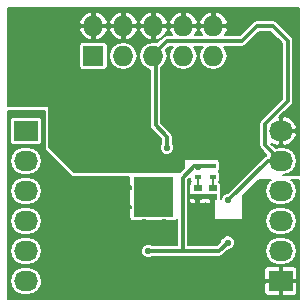
<source format=gbr>
G04 #@! TF.FileFunction,Copper,L2,Bot,Signal*
%FSLAX46Y46*%
G04 Gerber Fmt 4.6, Leading zero omitted, Abs format (unit mm)*
G04 Created by KiCad (PCBNEW (2015-08-16 BZR 6097, Git b384c94)-product) date 08/12/2015 20:08:44*
%MOMM*%
G01*
G04 APERTURE LIST*
%ADD10C,0.100000*%
%ADD11R,0.762000X0.508000*%
%ADD12R,2.032000X1.727200*%
%ADD13O,2.032000X1.727200*%
%ADD14R,0.600000X0.400000*%
%ADD15R,1.675000X1.675000*%
%ADD16R,1.727200X1.727200*%
%ADD17O,1.727200X1.727200*%
%ADD18C,0.584200*%
%ADD19C,0.508000*%
%ADD20C,0.304800*%
%ADD21C,0.152400*%
G04 APERTURE END LIST*
D10*
D11*
X96456500Y-79146400D03*
X96456500Y-79857600D03*
X95186500Y-79146400D03*
X95186500Y-79857600D03*
D12*
X80645000Y-74295000D03*
D13*
X80645000Y-76835000D03*
X80645000Y-79375000D03*
X80645000Y-81915000D03*
X80645000Y-84455000D03*
X80645000Y-86995000D03*
D12*
X102235000Y-86995000D03*
D13*
X102235000Y-84455000D03*
X102235000Y-81915000D03*
X102235000Y-79375000D03*
X102235000Y-76835000D03*
X102235000Y-74295000D03*
D14*
X95186500Y-77274000D03*
X95186500Y-78174000D03*
X96456500Y-77274000D03*
X96456500Y-78174000D03*
D15*
X92277500Y-80720500D03*
X92277500Y-79045500D03*
X90602500Y-80720500D03*
X90602500Y-79045500D03*
D16*
X86360000Y-67945000D03*
D17*
X86360000Y-65405000D03*
X88900000Y-67945000D03*
X88900000Y-65405000D03*
X91440000Y-67945000D03*
X91440000Y-65405000D03*
X93980000Y-67945000D03*
X93980000Y-65405000D03*
X96520000Y-67945000D03*
X96520000Y-65405000D03*
D18*
X91017000Y-84455000D03*
X97726500Y-83756500D03*
X95186500Y-77343000D03*
X92277500Y-79045500D03*
X92277500Y-80720500D03*
X90602500Y-80720500D03*
X90602500Y-79045500D03*
X97790000Y-80159860D03*
X92583000Y-75692000D03*
X83947000Y-64447000D03*
X84391500Y-70421500D03*
X90974000Y-74422000D03*
X97790000Y-76558140D03*
D19*
X96456500Y-79121000D03*
X95186500Y-79121000D03*
D20*
X93916500Y-78232000D02*
X93916500Y-84455000D01*
X94869000Y-77279500D02*
X93916500Y-78232000D01*
X95181000Y-77279500D02*
X94869000Y-77279500D01*
X93853000Y-84391500D02*
X93789500Y-84455000D01*
X93853000Y-84455000D02*
X93853000Y-84391500D01*
X93916500Y-84455000D02*
X93853000Y-84455000D01*
X95186500Y-77274000D02*
X95181000Y-77279500D01*
X93091000Y-84455000D02*
X91017000Y-84455000D01*
X93091000Y-84455000D02*
X93789500Y-84455000D01*
X93789500Y-84455000D02*
X97028000Y-84455000D01*
X97028000Y-84455000D02*
X97726500Y-83756500D01*
X95186500Y-77343000D02*
X95186500Y-77274000D01*
X95186500Y-77274000D02*
X96456500Y-77274000D01*
X92277500Y-79045500D02*
X92278200Y-79044800D01*
X92277500Y-80720500D02*
X92278200Y-80721200D01*
X90602500Y-80720500D02*
X90601800Y-80721200D01*
X90602500Y-79045500D02*
X90601800Y-79044800D01*
X95186500Y-79857600D02*
X96456500Y-79857600D01*
X101114860Y-76835000D02*
X102235000Y-76835000D01*
X97790000Y-80159860D02*
X101114860Y-76835000D01*
X91440000Y-67945000D02*
X91440000Y-67818000D01*
X91440000Y-67818000D02*
X92583000Y-66675000D01*
X100901500Y-75501500D02*
X102235000Y-76835000D01*
X100901500Y-73660000D02*
X100901500Y-75501500D01*
X102806500Y-71755000D02*
X100901500Y-73660000D01*
X102806500Y-66675000D02*
X102806500Y-71755000D01*
X101536500Y-65405000D02*
X102806500Y-66675000D01*
X100203000Y-65405000D02*
X101536500Y-65405000D01*
X98933000Y-66675000D02*
X100203000Y-65405000D01*
X92583000Y-66675000D02*
X98933000Y-66675000D01*
X92583000Y-75692000D02*
X92583000Y-74777600D01*
X91617800Y-73812400D02*
X91617800Y-68122800D01*
X92583000Y-74777600D02*
X91617800Y-73812400D01*
X91617800Y-68122800D02*
X91440000Y-67945000D01*
X83947000Y-64447000D02*
X83947000Y-64452500D01*
X90974000Y-74422000D02*
X90995500Y-74422000D01*
X97790000Y-76558140D02*
X97790000Y-76581000D01*
D21*
X96456500Y-79146400D02*
X96456500Y-78174000D01*
X96456500Y-79121000D02*
X96456500Y-79146400D01*
X95186500Y-79146400D02*
X95186500Y-78174000D01*
X95186500Y-79121000D02*
X95186500Y-79146400D01*
G36*
X103734800Y-78028800D02*
X102413774Y-78028800D01*
X102870621Y-77937927D01*
X103257918Y-77679144D01*
X103516701Y-77291847D01*
X103607574Y-76835000D01*
X103516701Y-76378153D01*
X103257918Y-75990856D01*
X102870621Y-75732073D01*
X102413774Y-75641200D01*
X102056226Y-75641200D01*
X101778870Y-75696370D01*
X101434960Y-75352460D01*
X101463872Y-75377592D01*
X101925260Y-75531961D01*
X102120700Y-75446095D01*
X102120700Y-74409300D01*
X102349300Y-74409300D01*
X102349300Y-75446095D01*
X102544740Y-75531961D01*
X103006128Y-75377592D01*
X103373320Y-75058408D01*
X103590415Y-74623002D01*
X103593601Y-74601768D01*
X103531052Y-74409300D01*
X102349300Y-74409300D01*
X102120700Y-74409300D01*
X102100700Y-74409300D01*
X102100700Y-74180700D01*
X102120700Y-74180700D01*
X102120700Y-73143905D01*
X102349300Y-73143905D01*
X102349300Y-74180700D01*
X103531052Y-74180700D01*
X103593601Y-73988232D01*
X103590415Y-73966998D01*
X103373320Y-73531592D01*
X103006128Y-73212408D01*
X102544740Y-73058039D01*
X102349300Y-73143905D01*
X102120700Y-73143905D01*
X102106384Y-73137616D01*
X103147750Y-72096250D01*
X103252364Y-71939683D01*
X103289100Y-71755000D01*
X103289100Y-66675000D01*
X103252364Y-66490317D01*
X103147750Y-66333750D01*
X101877750Y-65063750D01*
X101721183Y-64959136D01*
X101536500Y-64922400D01*
X100203000Y-64922400D01*
X100018317Y-64959136D01*
X99861750Y-65063750D01*
X98733100Y-66192400D01*
X97469895Y-66192400D01*
X97516999Y-66150016D01*
X97726212Y-65711770D01*
X97664101Y-65519300D01*
X96634300Y-65519300D01*
X96634300Y-65539300D01*
X96405700Y-65539300D01*
X96405700Y-65519300D01*
X95375899Y-65519300D01*
X95313788Y-65711770D01*
X95523001Y-66150016D01*
X95570105Y-66192400D01*
X94929895Y-66192400D01*
X94976999Y-66150016D01*
X95186212Y-65711770D01*
X95124101Y-65519300D01*
X94094300Y-65519300D01*
X94094300Y-65539300D01*
X93865700Y-65539300D01*
X93865700Y-65519300D01*
X92835899Y-65519300D01*
X92773788Y-65711770D01*
X92983001Y-66150016D01*
X93030105Y-66192400D01*
X92583000Y-66192400D01*
X92398317Y-66229136D01*
X92241750Y-66333750D01*
X91780048Y-66795452D01*
X91440000Y-66727812D01*
X90983153Y-66818685D01*
X90595856Y-67077468D01*
X90337073Y-67464765D01*
X90246200Y-67921612D01*
X90246200Y-67968388D01*
X90337073Y-68425235D01*
X90595856Y-68812532D01*
X90983153Y-69071315D01*
X91135200Y-69101559D01*
X91135200Y-73812400D01*
X91171936Y-73997083D01*
X91276550Y-74153650D01*
X92100400Y-74977500D01*
X92100400Y-75294460D01*
X92055747Y-75339035D01*
X91960808Y-75567674D01*
X91960592Y-75815240D01*
X92055132Y-76044044D01*
X92230035Y-76219253D01*
X92458674Y-76314192D01*
X92706240Y-76314408D01*
X92935044Y-76219868D01*
X93110253Y-76044965D01*
X93205192Y-75816326D01*
X93205408Y-75568760D01*
X93110868Y-75339956D01*
X93065600Y-75294609D01*
X93065600Y-74777600D01*
X93028864Y-74592917D01*
X92924250Y-74436350D01*
X92100400Y-73612500D01*
X92100400Y-68935306D01*
X92284144Y-68812532D01*
X92542927Y-68425235D01*
X92633800Y-67968388D01*
X92633800Y-67921612D01*
X92542927Y-67464765D01*
X92516014Y-67424486D01*
X92782900Y-67157600D01*
X93082314Y-67157600D01*
X92877073Y-67464765D01*
X92786200Y-67921612D01*
X92786200Y-67968388D01*
X92877073Y-68425235D01*
X93135856Y-68812532D01*
X93523153Y-69071315D01*
X93980000Y-69162188D01*
X94436847Y-69071315D01*
X94824144Y-68812532D01*
X95082927Y-68425235D01*
X95173800Y-67968388D01*
X95173800Y-67921612D01*
X95082927Y-67464765D01*
X94877686Y-67157600D01*
X95622314Y-67157600D01*
X95417073Y-67464765D01*
X95326200Y-67921612D01*
X95326200Y-67968388D01*
X95417073Y-68425235D01*
X95675856Y-68812532D01*
X96063153Y-69071315D01*
X96520000Y-69162188D01*
X96976847Y-69071315D01*
X97364144Y-68812532D01*
X97622927Y-68425235D01*
X97713800Y-67968388D01*
X97713800Y-67921612D01*
X97622927Y-67464765D01*
X97417686Y-67157600D01*
X98933000Y-67157600D01*
X99117683Y-67120864D01*
X99274250Y-67016250D01*
X100402900Y-65887600D01*
X101336600Y-65887600D01*
X102323900Y-66874900D01*
X102323900Y-71555100D01*
X100560250Y-73318750D01*
X100455636Y-73475317D01*
X100418900Y-73660000D01*
X100418900Y-75501500D01*
X100455636Y-75686183D01*
X100560250Y-75842750D01*
X101010318Y-76292818D01*
X100953299Y-76378153D01*
X100951977Y-76384800D01*
X100930177Y-76389136D01*
X100773610Y-76493750D01*
X97729853Y-79537507D01*
X97666760Y-79537452D01*
X97437956Y-79631992D01*
X97262747Y-79806895D01*
X97174169Y-80020215D01*
X97174169Y-79603600D01*
X97154350Y-79498271D01*
X97174169Y-79400400D01*
X97174169Y-78892400D01*
X97151144Y-78770035D01*
X97078827Y-78657651D01*
X96999408Y-78603386D01*
X97066644Y-78504983D01*
X97093169Y-78374000D01*
X97093169Y-77974000D01*
X97070144Y-77851635D01*
X96997827Y-77739251D01*
X96977200Y-77725157D01*
X96977200Y-77724367D01*
X96991249Y-77715327D01*
X97066644Y-77604983D01*
X97093169Y-77474000D01*
X97093169Y-77074000D01*
X97070144Y-76951635D01*
X96997827Y-76839251D01*
X96977200Y-76825157D01*
X96977200Y-76708000D01*
X96971197Y-76678354D01*
X96954132Y-76653379D01*
X96928695Y-76637011D01*
X96901000Y-76631800D01*
X94107000Y-76631800D01*
X94077354Y-76637803D01*
X94052379Y-76654868D01*
X94036011Y-76680305D01*
X94030800Y-76708000D01*
X94030800Y-77435200D01*
X93691200Y-77774800D01*
X84740564Y-77774800D01*
X82626200Y-75660436D01*
X82626200Y-72263000D01*
X82620197Y-72233354D01*
X82603132Y-72208379D01*
X82577695Y-72192011D01*
X82550000Y-72186800D01*
X79145200Y-72186800D01*
X79145200Y-67081400D01*
X85159731Y-67081400D01*
X85159731Y-68808600D01*
X85182756Y-68930965D01*
X85255073Y-69043349D01*
X85365417Y-69118744D01*
X85496400Y-69145269D01*
X87223600Y-69145269D01*
X87345965Y-69122244D01*
X87458349Y-69049927D01*
X87533744Y-68939583D01*
X87560269Y-68808600D01*
X87560269Y-67921612D01*
X87706200Y-67921612D01*
X87706200Y-67968388D01*
X87797073Y-68425235D01*
X88055856Y-68812532D01*
X88443153Y-69071315D01*
X88900000Y-69162188D01*
X89356847Y-69071315D01*
X89744144Y-68812532D01*
X90002927Y-68425235D01*
X90093800Y-67968388D01*
X90093800Y-67921612D01*
X90002927Y-67464765D01*
X89744144Y-67077468D01*
X89356847Y-66818685D01*
X88900000Y-66727812D01*
X88443153Y-66818685D01*
X88055856Y-67077468D01*
X87797073Y-67464765D01*
X87706200Y-67921612D01*
X87560269Y-67921612D01*
X87560269Y-67081400D01*
X87537244Y-66959035D01*
X87464927Y-66846651D01*
X87354583Y-66771256D01*
X87223600Y-66744731D01*
X85496400Y-66744731D01*
X85374035Y-66767756D01*
X85261651Y-66840073D01*
X85186256Y-66950417D01*
X85159731Y-67081400D01*
X79145200Y-67081400D01*
X79145200Y-65711770D01*
X85153788Y-65711770D01*
X85363001Y-66150016D01*
X85723998Y-66474840D01*
X86053232Y-66611201D01*
X86245700Y-66548652D01*
X86245700Y-65519300D01*
X86474300Y-65519300D01*
X86474300Y-66548652D01*
X86666768Y-66611201D01*
X86996002Y-66474840D01*
X87356999Y-66150016D01*
X87566212Y-65711770D01*
X87693788Y-65711770D01*
X87903001Y-66150016D01*
X88263998Y-66474840D01*
X88593232Y-66611201D01*
X88785700Y-66548652D01*
X88785700Y-65519300D01*
X89014300Y-65519300D01*
X89014300Y-66548652D01*
X89206768Y-66611201D01*
X89536002Y-66474840D01*
X89896999Y-66150016D01*
X90106212Y-65711770D01*
X90233788Y-65711770D01*
X90443001Y-66150016D01*
X90803998Y-66474840D01*
X91133232Y-66611201D01*
X91325700Y-66548652D01*
X91325700Y-65519300D01*
X91554300Y-65519300D01*
X91554300Y-66548652D01*
X91746768Y-66611201D01*
X92076002Y-66474840D01*
X92436999Y-66150016D01*
X92646212Y-65711770D01*
X92584101Y-65519300D01*
X91554300Y-65519300D01*
X91325700Y-65519300D01*
X90295899Y-65519300D01*
X90233788Y-65711770D01*
X90106212Y-65711770D01*
X90044101Y-65519300D01*
X89014300Y-65519300D01*
X88785700Y-65519300D01*
X87755899Y-65519300D01*
X87693788Y-65711770D01*
X87566212Y-65711770D01*
X87504101Y-65519300D01*
X86474300Y-65519300D01*
X86245700Y-65519300D01*
X85215899Y-65519300D01*
X85153788Y-65711770D01*
X79145200Y-65711770D01*
X79145200Y-65098230D01*
X85153788Y-65098230D01*
X85215899Y-65290700D01*
X86245700Y-65290700D01*
X86245700Y-64261348D01*
X86474300Y-64261348D01*
X86474300Y-65290700D01*
X87504101Y-65290700D01*
X87566212Y-65098230D01*
X87693788Y-65098230D01*
X87755899Y-65290700D01*
X88785700Y-65290700D01*
X88785700Y-64261348D01*
X89014300Y-64261348D01*
X89014300Y-65290700D01*
X90044101Y-65290700D01*
X90106212Y-65098230D01*
X90233788Y-65098230D01*
X90295899Y-65290700D01*
X91325700Y-65290700D01*
X91325700Y-64261348D01*
X91554300Y-64261348D01*
X91554300Y-65290700D01*
X92584101Y-65290700D01*
X92646212Y-65098230D01*
X92773788Y-65098230D01*
X92835899Y-65290700D01*
X93865700Y-65290700D01*
X93865700Y-64261348D01*
X94094300Y-64261348D01*
X94094300Y-65290700D01*
X95124101Y-65290700D01*
X95186212Y-65098230D01*
X95313788Y-65098230D01*
X95375899Y-65290700D01*
X96405700Y-65290700D01*
X96405700Y-64261348D01*
X96634300Y-64261348D01*
X96634300Y-65290700D01*
X97664101Y-65290700D01*
X97726212Y-65098230D01*
X97516999Y-64659984D01*
X97156002Y-64335160D01*
X96826768Y-64198799D01*
X96634300Y-64261348D01*
X96405700Y-64261348D01*
X96213232Y-64198799D01*
X95883998Y-64335160D01*
X95523001Y-64659984D01*
X95313788Y-65098230D01*
X95186212Y-65098230D01*
X94976999Y-64659984D01*
X94616002Y-64335160D01*
X94286768Y-64198799D01*
X94094300Y-64261348D01*
X93865700Y-64261348D01*
X93673232Y-64198799D01*
X93343998Y-64335160D01*
X92983001Y-64659984D01*
X92773788Y-65098230D01*
X92646212Y-65098230D01*
X92436999Y-64659984D01*
X92076002Y-64335160D01*
X91746768Y-64198799D01*
X91554300Y-64261348D01*
X91325700Y-64261348D01*
X91133232Y-64198799D01*
X90803998Y-64335160D01*
X90443001Y-64659984D01*
X90233788Y-65098230D01*
X90106212Y-65098230D01*
X89896999Y-64659984D01*
X89536002Y-64335160D01*
X89206768Y-64198799D01*
X89014300Y-64261348D01*
X88785700Y-64261348D01*
X88593232Y-64198799D01*
X88263998Y-64335160D01*
X87903001Y-64659984D01*
X87693788Y-65098230D01*
X87566212Y-65098230D01*
X87356999Y-64659984D01*
X86996002Y-64335160D01*
X86666768Y-64198799D01*
X86474300Y-64261348D01*
X86245700Y-64261348D01*
X86053232Y-64198799D01*
X85723998Y-64335160D01*
X85363001Y-64659984D01*
X85153788Y-65098230D01*
X79145200Y-65098230D01*
X79145200Y-63905200D01*
X103734800Y-63905200D01*
X103734800Y-78028800D01*
X103734800Y-78028800D01*
G37*
X103734800Y-78028800D02*
X102413774Y-78028800D01*
X102870621Y-77937927D01*
X103257918Y-77679144D01*
X103516701Y-77291847D01*
X103607574Y-76835000D01*
X103516701Y-76378153D01*
X103257918Y-75990856D01*
X102870621Y-75732073D01*
X102413774Y-75641200D01*
X102056226Y-75641200D01*
X101778870Y-75696370D01*
X101434960Y-75352460D01*
X101463872Y-75377592D01*
X101925260Y-75531961D01*
X102120700Y-75446095D01*
X102120700Y-74409300D01*
X102349300Y-74409300D01*
X102349300Y-75446095D01*
X102544740Y-75531961D01*
X103006128Y-75377592D01*
X103373320Y-75058408D01*
X103590415Y-74623002D01*
X103593601Y-74601768D01*
X103531052Y-74409300D01*
X102349300Y-74409300D01*
X102120700Y-74409300D01*
X102100700Y-74409300D01*
X102100700Y-74180700D01*
X102120700Y-74180700D01*
X102120700Y-73143905D01*
X102349300Y-73143905D01*
X102349300Y-74180700D01*
X103531052Y-74180700D01*
X103593601Y-73988232D01*
X103590415Y-73966998D01*
X103373320Y-73531592D01*
X103006128Y-73212408D01*
X102544740Y-73058039D01*
X102349300Y-73143905D01*
X102120700Y-73143905D01*
X102106384Y-73137616D01*
X103147750Y-72096250D01*
X103252364Y-71939683D01*
X103289100Y-71755000D01*
X103289100Y-66675000D01*
X103252364Y-66490317D01*
X103147750Y-66333750D01*
X101877750Y-65063750D01*
X101721183Y-64959136D01*
X101536500Y-64922400D01*
X100203000Y-64922400D01*
X100018317Y-64959136D01*
X99861750Y-65063750D01*
X98733100Y-66192400D01*
X97469895Y-66192400D01*
X97516999Y-66150016D01*
X97726212Y-65711770D01*
X97664101Y-65519300D01*
X96634300Y-65519300D01*
X96634300Y-65539300D01*
X96405700Y-65539300D01*
X96405700Y-65519300D01*
X95375899Y-65519300D01*
X95313788Y-65711770D01*
X95523001Y-66150016D01*
X95570105Y-66192400D01*
X94929895Y-66192400D01*
X94976999Y-66150016D01*
X95186212Y-65711770D01*
X95124101Y-65519300D01*
X94094300Y-65519300D01*
X94094300Y-65539300D01*
X93865700Y-65539300D01*
X93865700Y-65519300D01*
X92835899Y-65519300D01*
X92773788Y-65711770D01*
X92983001Y-66150016D01*
X93030105Y-66192400D01*
X92583000Y-66192400D01*
X92398317Y-66229136D01*
X92241750Y-66333750D01*
X91780048Y-66795452D01*
X91440000Y-66727812D01*
X90983153Y-66818685D01*
X90595856Y-67077468D01*
X90337073Y-67464765D01*
X90246200Y-67921612D01*
X90246200Y-67968388D01*
X90337073Y-68425235D01*
X90595856Y-68812532D01*
X90983153Y-69071315D01*
X91135200Y-69101559D01*
X91135200Y-73812400D01*
X91171936Y-73997083D01*
X91276550Y-74153650D01*
X92100400Y-74977500D01*
X92100400Y-75294460D01*
X92055747Y-75339035D01*
X91960808Y-75567674D01*
X91960592Y-75815240D01*
X92055132Y-76044044D01*
X92230035Y-76219253D01*
X92458674Y-76314192D01*
X92706240Y-76314408D01*
X92935044Y-76219868D01*
X93110253Y-76044965D01*
X93205192Y-75816326D01*
X93205408Y-75568760D01*
X93110868Y-75339956D01*
X93065600Y-75294609D01*
X93065600Y-74777600D01*
X93028864Y-74592917D01*
X92924250Y-74436350D01*
X92100400Y-73612500D01*
X92100400Y-68935306D01*
X92284144Y-68812532D01*
X92542927Y-68425235D01*
X92633800Y-67968388D01*
X92633800Y-67921612D01*
X92542927Y-67464765D01*
X92516014Y-67424486D01*
X92782900Y-67157600D01*
X93082314Y-67157600D01*
X92877073Y-67464765D01*
X92786200Y-67921612D01*
X92786200Y-67968388D01*
X92877073Y-68425235D01*
X93135856Y-68812532D01*
X93523153Y-69071315D01*
X93980000Y-69162188D01*
X94436847Y-69071315D01*
X94824144Y-68812532D01*
X95082927Y-68425235D01*
X95173800Y-67968388D01*
X95173800Y-67921612D01*
X95082927Y-67464765D01*
X94877686Y-67157600D01*
X95622314Y-67157600D01*
X95417073Y-67464765D01*
X95326200Y-67921612D01*
X95326200Y-67968388D01*
X95417073Y-68425235D01*
X95675856Y-68812532D01*
X96063153Y-69071315D01*
X96520000Y-69162188D01*
X96976847Y-69071315D01*
X97364144Y-68812532D01*
X97622927Y-68425235D01*
X97713800Y-67968388D01*
X97713800Y-67921612D01*
X97622927Y-67464765D01*
X97417686Y-67157600D01*
X98933000Y-67157600D01*
X99117683Y-67120864D01*
X99274250Y-67016250D01*
X100402900Y-65887600D01*
X101336600Y-65887600D01*
X102323900Y-66874900D01*
X102323900Y-71555100D01*
X100560250Y-73318750D01*
X100455636Y-73475317D01*
X100418900Y-73660000D01*
X100418900Y-75501500D01*
X100455636Y-75686183D01*
X100560250Y-75842750D01*
X101010318Y-76292818D01*
X100953299Y-76378153D01*
X100951977Y-76384800D01*
X100930177Y-76389136D01*
X100773610Y-76493750D01*
X97729853Y-79537507D01*
X97666760Y-79537452D01*
X97437956Y-79631992D01*
X97262747Y-79806895D01*
X97174169Y-80020215D01*
X97174169Y-79603600D01*
X97154350Y-79498271D01*
X97174169Y-79400400D01*
X97174169Y-78892400D01*
X97151144Y-78770035D01*
X97078827Y-78657651D01*
X96999408Y-78603386D01*
X97066644Y-78504983D01*
X97093169Y-78374000D01*
X97093169Y-77974000D01*
X97070144Y-77851635D01*
X96997827Y-77739251D01*
X96977200Y-77725157D01*
X96977200Y-77724367D01*
X96991249Y-77715327D01*
X97066644Y-77604983D01*
X97093169Y-77474000D01*
X97093169Y-77074000D01*
X97070144Y-76951635D01*
X96997827Y-76839251D01*
X96977200Y-76825157D01*
X96977200Y-76708000D01*
X96971197Y-76678354D01*
X96954132Y-76653379D01*
X96928695Y-76637011D01*
X96901000Y-76631800D01*
X94107000Y-76631800D01*
X94077354Y-76637803D01*
X94052379Y-76654868D01*
X94036011Y-76680305D01*
X94030800Y-76708000D01*
X94030800Y-77435200D01*
X93691200Y-77774800D01*
X84740564Y-77774800D01*
X82626200Y-75660436D01*
X82626200Y-72263000D01*
X82620197Y-72233354D01*
X82603132Y-72208379D01*
X82577695Y-72192011D01*
X82550000Y-72186800D01*
X79145200Y-72186800D01*
X79145200Y-67081400D01*
X85159731Y-67081400D01*
X85159731Y-68808600D01*
X85182756Y-68930965D01*
X85255073Y-69043349D01*
X85365417Y-69118744D01*
X85496400Y-69145269D01*
X87223600Y-69145269D01*
X87345965Y-69122244D01*
X87458349Y-69049927D01*
X87533744Y-68939583D01*
X87560269Y-68808600D01*
X87560269Y-67921612D01*
X87706200Y-67921612D01*
X87706200Y-67968388D01*
X87797073Y-68425235D01*
X88055856Y-68812532D01*
X88443153Y-69071315D01*
X88900000Y-69162188D01*
X89356847Y-69071315D01*
X89744144Y-68812532D01*
X90002927Y-68425235D01*
X90093800Y-67968388D01*
X90093800Y-67921612D01*
X90002927Y-67464765D01*
X89744144Y-67077468D01*
X89356847Y-66818685D01*
X88900000Y-66727812D01*
X88443153Y-66818685D01*
X88055856Y-67077468D01*
X87797073Y-67464765D01*
X87706200Y-67921612D01*
X87560269Y-67921612D01*
X87560269Y-67081400D01*
X87537244Y-66959035D01*
X87464927Y-66846651D01*
X87354583Y-66771256D01*
X87223600Y-66744731D01*
X85496400Y-66744731D01*
X85374035Y-66767756D01*
X85261651Y-66840073D01*
X85186256Y-66950417D01*
X85159731Y-67081400D01*
X79145200Y-67081400D01*
X79145200Y-65711770D01*
X85153788Y-65711770D01*
X85363001Y-66150016D01*
X85723998Y-66474840D01*
X86053232Y-66611201D01*
X86245700Y-66548652D01*
X86245700Y-65519300D01*
X86474300Y-65519300D01*
X86474300Y-66548652D01*
X86666768Y-66611201D01*
X86996002Y-66474840D01*
X87356999Y-66150016D01*
X87566212Y-65711770D01*
X87693788Y-65711770D01*
X87903001Y-66150016D01*
X88263998Y-66474840D01*
X88593232Y-66611201D01*
X88785700Y-66548652D01*
X88785700Y-65519300D01*
X89014300Y-65519300D01*
X89014300Y-66548652D01*
X89206768Y-66611201D01*
X89536002Y-66474840D01*
X89896999Y-66150016D01*
X90106212Y-65711770D01*
X90233788Y-65711770D01*
X90443001Y-66150016D01*
X90803998Y-66474840D01*
X91133232Y-66611201D01*
X91325700Y-66548652D01*
X91325700Y-65519300D01*
X91554300Y-65519300D01*
X91554300Y-66548652D01*
X91746768Y-66611201D01*
X92076002Y-66474840D01*
X92436999Y-66150016D01*
X92646212Y-65711770D01*
X92584101Y-65519300D01*
X91554300Y-65519300D01*
X91325700Y-65519300D01*
X90295899Y-65519300D01*
X90233788Y-65711770D01*
X90106212Y-65711770D01*
X90044101Y-65519300D01*
X89014300Y-65519300D01*
X88785700Y-65519300D01*
X87755899Y-65519300D01*
X87693788Y-65711770D01*
X87566212Y-65711770D01*
X87504101Y-65519300D01*
X86474300Y-65519300D01*
X86245700Y-65519300D01*
X85215899Y-65519300D01*
X85153788Y-65711770D01*
X79145200Y-65711770D01*
X79145200Y-65098230D01*
X85153788Y-65098230D01*
X85215899Y-65290700D01*
X86245700Y-65290700D01*
X86245700Y-64261348D01*
X86474300Y-64261348D01*
X86474300Y-65290700D01*
X87504101Y-65290700D01*
X87566212Y-65098230D01*
X87693788Y-65098230D01*
X87755899Y-65290700D01*
X88785700Y-65290700D01*
X88785700Y-64261348D01*
X89014300Y-64261348D01*
X89014300Y-65290700D01*
X90044101Y-65290700D01*
X90106212Y-65098230D01*
X90233788Y-65098230D01*
X90295899Y-65290700D01*
X91325700Y-65290700D01*
X91325700Y-64261348D01*
X91554300Y-64261348D01*
X91554300Y-65290700D01*
X92584101Y-65290700D01*
X92646212Y-65098230D01*
X92773788Y-65098230D01*
X92835899Y-65290700D01*
X93865700Y-65290700D01*
X93865700Y-64261348D01*
X94094300Y-64261348D01*
X94094300Y-65290700D01*
X95124101Y-65290700D01*
X95186212Y-65098230D01*
X95313788Y-65098230D01*
X95375899Y-65290700D01*
X96405700Y-65290700D01*
X96405700Y-64261348D01*
X96634300Y-64261348D01*
X96634300Y-65290700D01*
X97664101Y-65290700D01*
X97726212Y-65098230D01*
X97516999Y-64659984D01*
X97156002Y-64335160D01*
X96826768Y-64198799D01*
X96634300Y-64261348D01*
X96405700Y-64261348D01*
X96213232Y-64198799D01*
X95883998Y-64335160D01*
X95523001Y-64659984D01*
X95313788Y-65098230D01*
X95186212Y-65098230D01*
X94976999Y-64659984D01*
X94616002Y-64335160D01*
X94286768Y-64198799D01*
X94094300Y-64261348D01*
X93865700Y-64261348D01*
X93673232Y-64198799D01*
X93343998Y-64335160D01*
X92983001Y-64659984D01*
X92773788Y-65098230D01*
X92646212Y-65098230D01*
X92436999Y-64659984D01*
X92076002Y-64335160D01*
X91746768Y-64198799D01*
X91554300Y-64261348D01*
X91325700Y-64261348D01*
X91133232Y-64198799D01*
X90803998Y-64335160D01*
X90443001Y-64659984D01*
X90233788Y-65098230D01*
X90106212Y-65098230D01*
X89896999Y-64659984D01*
X89536002Y-64335160D01*
X89206768Y-64198799D01*
X89014300Y-64261348D01*
X88785700Y-64261348D01*
X88593232Y-64198799D01*
X88263998Y-64335160D01*
X87903001Y-64659984D01*
X87693788Y-65098230D01*
X87566212Y-65098230D01*
X87356999Y-64659984D01*
X86996002Y-64335160D01*
X86666768Y-64198799D01*
X86474300Y-64261348D01*
X86245700Y-64261348D01*
X86053232Y-64198799D01*
X85723998Y-64335160D01*
X85363001Y-64659984D01*
X85153788Y-65098230D01*
X79145200Y-65098230D01*
X79145200Y-63905200D01*
X103734800Y-63905200D01*
X103734800Y-78028800D01*
G36*
X82219800Y-75819000D02*
X82225803Y-75848646D01*
X82242118Y-75872882D01*
X84528118Y-78158882D01*
X84553327Y-78175599D01*
X84582000Y-78181200D01*
X89384000Y-78181200D01*
X89384000Y-78835950D01*
X89479250Y-78931200D01*
X89535000Y-78931200D01*
X89535000Y-79159800D01*
X89479250Y-79159800D01*
X89384000Y-79255050D01*
X89384000Y-80510950D01*
X89479250Y-80606200D01*
X89535000Y-80606200D01*
X89535000Y-80834800D01*
X89479250Y-80834800D01*
X89384000Y-80930050D01*
X89384000Y-81633785D01*
X89442004Y-81773819D01*
X89549180Y-81880996D01*
X89689214Y-81939000D01*
X90392950Y-81939000D01*
X90488200Y-81843750D01*
X90488200Y-81788000D01*
X90716800Y-81788000D01*
X90716800Y-81843750D01*
X90812050Y-81939000D01*
X92067950Y-81939000D01*
X92163200Y-81843750D01*
X92163200Y-81788000D01*
X92391800Y-81788000D01*
X92391800Y-81843750D01*
X92487050Y-81939000D01*
X93190786Y-81939000D01*
X93330820Y-81880996D01*
X93433900Y-81777915D01*
X93433900Y-83972400D01*
X91414540Y-83972400D01*
X91369965Y-83927747D01*
X91141326Y-83832808D01*
X90893760Y-83832592D01*
X90664956Y-83927132D01*
X90489747Y-84102035D01*
X90394808Y-84330674D01*
X90394592Y-84578240D01*
X90489132Y-84807044D01*
X90664035Y-84982253D01*
X90892674Y-85077192D01*
X91140240Y-85077408D01*
X91369044Y-84982868D01*
X91414391Y-84937600D01*
X97028000Y-84937600D01*
X97212683Y-84900864D01*
X97369250Y-84796250D01*
X97710500Y-84455000D01*
X100862426Y-84455000D01*
X100953299Y-84911847D01*
X101212082Y-85299144D01*
X101599379Y-85557927D01*
X102056226Y-85648800D01*
X102413774Y-85648800D01*
X102870621Y-85557927D01*
X103257918Y-85299144D01*
X103516701Y-84911847D01*
X103607574Y-84455000D01*
X103516701Y-83998153D01*
X103257918Y-83610856D01*
X102870621Y-83352073D01*
X102413774Y-83261200D01*
X102056226Y-83261200D01*
X101599379Y-83352073D01*
X101212082Y-83610856D01*
X100953299Y-83998153D01*
X100862426Y-84455000D01*
X97710500Y-84455000D01*
X97786647Y-84378853D01*
X97849740Y-84378908D01*
X98078544Y-84284368D01*
X98253753Y-84109465D01*
X98348692Y-83880826D01*
X98348908Y-83633260D01*
X98254368Y-83404456D01*
X98079465Y-83229247D01*
X97850826Y-83134308D01*
X97603260Y-83134092D01*
X97374456Y-83228632D01*
X97199247Y-83403535D01*
X97104308Y-83632174D01*
X97104252Y-83696248D01*
X96828100Y-83972400D01*
X94399100Y-83972400D01*
X94399100Y-81915000D01*
X100862426Y-81915000D01*
X100953299Y-82371847D01*
X101212082Y-82759144D01*
X101599379Y-83017927D01*
X102056226Y-83108800D01*
X102413774Y-83108800D01*
X102870621Y-83017927D01*
X103257918Y-82759144D01*
X103516701Y-82371847D01*
X103607574Y-81915000D01*
X103516701Y-81458153D01*
X103257918Y-81070856D01*
X102870621Y-80812073D01*
X102413774Y-80721200D01*
X102056226Y-80721200D01*
X101599379Y-80812073D01*
X101212082Y-81070856D01*
X100953299Y-81458153D01*
X100862426Y-81915000D01*
X94399100Y-81915000D01*
X94399100Y-80067150D01*
X94424500Y-80067150D01*
X94424500Y-80187386D01*
X94482504Y-80327420D01*
X94589681Y-80434596D01*
X94729715Y-80492600D01*
X94976950Y-80492600D01*
X95072200Y-80397350D01*
X95072200Y-79971900D01*
X95300800Y-79971900D01*
X95300800Y-80397350D01*
X95396050Y-80492600D01*
X95643285Y-80492600D01*
X95783319Y-80434596D01*
X95821500Y-80396415D01*
X95859681Y-80434596D01*
X95999715Y-80492600D01*
X96246950Y-80492600D01*
X96342200Y-80397350D01*
X96342200Y-79971900D01*
X95300800Y-79971900D01*
X95072200Y-79971900D01*
X94519750Y-79971900D01*
X94424500Y-80067150D01*
X94399100Y-80067150D01*
X94399100Y-78431900D01*
X94549831Y-78281169D01*
X94549831Y-78374000D01*
X94572856Y-78496365D01*
X94642641Y-78604813D01*
X94570751Y-78651073D01*
X94495356Y-78761417D01*
X94468831Y-78892400D01*
X94468831Y-79400400D01*
X94471469Y-79414420D01*
X94424500Y-79527814D01*
X94424500Y-79648050D01*
X94519750Y-79743300D01*
X95072200Y-79743300D01*
X95072200Y-79737069D01*
X95300800Y-79737069D01*
X95300800Y-79743300D01*
X96342200Y-79743300D01*
X96342200Y-79737069D01*
X96570800Y-79737069D01*
X96570800Y-81788000D01*
X96576803Y-81817646D01*
X96593868Y-81842621D01*
X96619305Y-81858989D01*
X96647000Y-81864200D01*
X98933000Y-81864200D01*
X98962646Y-81858197D01*
X98987621Y-81841132D01*
X99003989Y-81815695D01*
X99009200Y-81788000D01*
X99009200Y-79787564D01*
X100361564Y-78435200D01*
X101355242Y-78435200D01*
X101212082Y-78530856D01*
X100953299Y-78918153D01*
X100862426Y-79375000D01*
X100953299Y-79831847D01*
X101212082Y-80219144D01*
X101599379Y-80477927D01*
X102056226Y-80568800D01*
X102413774Y-80568800D01*
X102870621Y-80477927D01*
X103257918Y-80219144D01*
X103516701Y-79831847D01*
X103607574Y-79375000D01*
X103516701Y-78918153D01*
X103257918Y-78530856D01*
X103114758Y-78435200D01*
X103734800Y-78435200D01*
X103734800Y-88494800D01*
X79145200Y-88494800D01*
X79145200Y-86995000D01*
X79272426Y-86995000D01*
X79363299Y-87451847D01*
X79622082Y-87839144D01*
X80009379Y-88097927D01*
X80466226Y-88188800D01*
X80823774Y-88188800D01*
X81280621Y-88097927D01*
X81667918Y-87839144D01*
X81926701Y-87451847D01*
X81975891Y-87204550D01*
X100838000Y-87204550D01*
X100838000Y-87934385D01*
X100896004Y-88074419D01*
X101003180Y-88181596D01*
X101143214Y-88239600D01*
X102025450Y-88239600D01*
X102120700Y-88144350D01*
X102120700Y-87109300D01*
X102349300Y-87109300D01*
X102349300Y-88144350D01*
X102444550Y-88239600D01*
X103326786Y-88239600D01*
X103466820Y-88181596D01*
X103573996Y-88074419D01*
X103632000Y-87934385D01*
X103632000Y-87204550D01*
X103536750Y-87109300D01*
X102349300Y-87109300D01*
X102120700Y-87109300D01*
X100933250Y-87109300D01*
X100838000Y-87204550D01*
X81975891Y-87204550D01*
X82017574Y-86995000D01*
X81926701Y-86538153D01*
X81667918Y-86150856D01*
X81525380Y-86055615D01*
X100838000Y-86055615D01*
X100838000Y-86785450D01*
X100933250Y-86880700D01*
X102120700Y-86880700D01*
X102120700Y-85845650D01*
X102349300Y-85845650D01*
X102349300Y-86880700D01*
X103536750Y-86880700D01*
X103632000Y-86785450D01*
X103632000Y-86055615D01*
X103573996Y-85915581D01*
X103466820Y-85808404D01*
X103326786Y-85750400D01*
X102444550Y-85750400D01*
X102349300Y-85845650D01*
X102120700Y-85845650D01*
X102025450Y-85750400D01*
X101143214Y-85750400D01*
X101003180Y-85808404D01*
X100896004Y-85915581D01*
X100838000Y-86055615D01*
X81525380Y-86055615D01*
X81280621Y-85892073D01*
X80823774Y-85801200D01*
X80466226Y-85801200D01*
X80009379Y-85892073D01*
X79622082Y-86150856D01*
X79363299Y-86538153D01*
X79272426Y-86995000D01*
X79145200Y-86995000D01*
X79145200Y-84455000D01*
X79272426Y-84455000D01*
X79363299Y-84911847D01*
X79622082Y-85299144D01*
X80009379Y-85557927D01*
X80466226Y-85648800D01*
X80823774Y-85648800D01*
X81280621Y-85557927D01*
X81667918Y-85299144D01*
X81926701Y-84911847D01*
X82017574Y-84455000D01*
X81926701Y-83998153D01*
X81667918Y-83610856D01*
X81280621Y-83352073D01*
X80823774Y-83261200D01*
X80466226Y-83261200D01*
X80009379Y-83352073D01*
X79622082Y-83610856D01*
X79363299Y-83998153D01*
X79272426Y-84455000D01*
X79145200Y-84455000D01*
X79145200Y-81915000D01*
X79272426Y-81915000D01*
X79363299Y-82371847D01*
X79622082Y-82759144D01*
X80009379Y-83017927D01*
X80466226Y-83108800D01*
X80823774Y-83108800D01*
X81280621Y-83017927D01*
X81667918Y-82759144D01*
X81926701Y-82371847D01*
X82017574Y-81915000D01*
X81926701Y-81458153D01*
X81667918Y-81070856D01*
X81280621Y-80812073D01*
X80823774Y-80721200D01*
X80466226Y-80721200D01*
X80009379Y-80812073D01*
X79622082Y-81070856D01*
X79363299Y-81458153D01*
X79272426Y-81915000D01*
X79145200Y-81915000D01*
X79145200Y-79375000D01*
X79272426Y-79375000D01*
X79363299Y-79831847D01*
X79622082Y-80219144D01*
X80009379Y-80477927D01*
X80466226Y-80568800D01*
X80823774Y-80568800D01*
X81280621Y-80477927D01*
X81667918Y-80219144D01*
X81926701Y-79831847D01*
X82017574Y-79375000D01*
X81926701Y-78918153D01*
X81667918Y-78530856D01*
X81280621Y-78272073D01*
X80823774Y-78181200D01*
X80466226Y-78181200D01*
X80009379Y-78272073D01*
X79622082Y-78530856D01*
X79363299Y-78918153D01*
X79272426Y-79375000D01*
X79145200Y-79375000D01*
X79145200Y-76835000D01*
X79272426Y-76835000D01*
X79363299Y-77291847D01*
X79622082Y-77679144D01*
X80009379Y-77937927D01*
X80466226Y-78028800D01*
X80823774Y-78028800D01*
X81280621Y-77937927D01*
X81667918Y-77679144D01*
X81926701Y-77291847D01*
X82017574Y-76835000D01*
X81926701Y-76378153D01*
X81667918Y-75990856D01*
X81280621Y-75732073D01*
X80823774Y-75641200D01*
X80466226Y-75641200D01*
X80009379Y-75732073D01*
X79622082Y-75990856D01*
X79363299Y-76378153D01*
X79272426Y-76835000D01*
X79145200Y-76835000D01*
X79145200Y-73431400D01*
X79292331Y-73431400D01*
X79292331Y-75158600D01*
X79315356Y-75280965D01*
X79387673Y-75393349D01*
X79498017Y-75468744D01*
X79629000Y-75495269D01*
X81661000Y-75495269D01*
X81783365Y-75472244D01*
X81895749Y-75399927D01*
X81971144Y-75289583D01*
X81997669Y-75158600D01*
X81997669Y-73431400D01*
X81974644Y-73309035D01*
X81902327Y-73196651D01*
X81791983Y-73121256D01*
X81661000Y-73094731D01*
X79629000Y-73094731D01*
X79506635Y-73117756D01*
X79394251Y-73190073D01*
X79318856Y-73300417D01*
X79292331Y-73431400D01*
X79145200Y-73431400D01*
X79145200Y-72593200D01*
X82219800Y-72593200D01*
X82219800Y-75819000D01*
X82219800Y-75819000D01*
G37*
X82219800Y-75819000D02*
X82225803Y-75848646D01*
X82242118Y-75872882D01*
X84528118Y-78158882D01*
X84553327Y-78175599D01*
X84582000Y-78181200D01*
X89384000Y-78181200D01*
X89384000Y-78835950D01*
X89479250Y-78931200D01*
X89535000Y-78931200D01*
X89535000Y-79159800D01*
X89479250Y-79159800D01*
X89384000Y-79255050D01*
X89384000Y-80510950D01*
X89479250Y-80606200D01*
X89535000Y-80606200D01*
X89535000Y-80834800D01*
X89479250Y-80834800D01*
X89384000Y-80930050D01*
X89384000Y-81633785D01*
X89442004Y-81773819D01*
X89549180Y-81880996D01*
X89689214Y-81939000D01*
X90392950Y-81939000D01*
X90488200Y-81843750D01*
X90488200Y-81788000D01*
X90716800Y-81788000D01*
X90716800Y-81843750D01*
X90812050Y-81939000D01*
X92067950Y-81939000D01*
X92163200Y-81843750D01*
X92163200Y-81788000D01*
X92391800Y-81788000D01*
X92391800Y-81843750D01*
X92487050Y-81939000D01*
X93190786Y-81939000D01*
X93330820Y-81880996D01*
X93433900Y-81777915D01*
X93433900Y-83972400D01*
X91414540Y-83972400D01*
X91369965Y-83927747D01*
X91141326Y-83832808D01*
X90893760Y-83832592D01*
X90664956Y-83927132D01*
X90489747Y-84102035D01*
X90394808Y-84330674D01*
X90394592Y-84578240D01*
X90489132Y-84807044D01*
X90664035Y-84982253D01*
X90892674Y-85077192D01*
X91140240Y-85077408D01*
X91369044Y-84982868D01*
X91414391Y-84937600D01*
X97028000Y-84937600D01*
X97212683Y-84900864D01*
X97369250Y-84796250D01*
X97710500Y-84455000D01*
X100862426Y-84455000D01*
X100953299Y-84911847D01*
X101212082Y-85299144D01*
X101599379Y-85557927D01*
X102056226Y-85648800D01*
X102413774Y-85648800D01*
X102870621Y-85557927D01*
X103257918Y-85299144D01*
X103516701Y-84911847D01*
X103607574Y-84455000D01*
X103516701Y-83998153D01*
X103257918Y-83610856D01*
X102870621Y-83352073D01*
X102413774Y-83261200D01*
X102056226Y-83261200D01*
X101599379Y-83352073D01*
X101212082Y-83610856D01*
X100953299Y-83998153D01*
X100862426Y-84455000D01*
X97710500Y-84455000D01*
X97786647Y-84378853D01*
X97849740Y-84378908D01*
X98078544Y-84284368D01*
X98253753Y-84109465D01*
X98348692Y-83880826D01*
X98348908Y-83633260D01*
X98254368Y-83404456D01*
X98079465Y-83229247D01*
X97850826Y-83134308D01*
X97603260Y-83134092D01*
X97374456Y-83228632D01*
X97199247Y-83403535D01*
X97104308Y-83632174D01*
X97104252Y-83696248D01*
X96828100Y-83972400D01*
X94399100Y-83972400D01*
X94399100Y-81915000D01*
X100862426Y-81915000D01*
X100953299Y-82371847D01*
X101212082Y-82759144D01*
X101599379Y-83017927D01*
X102056226Y-83108800D01*
X102413774Y-83108800D01*
X102870621Y-83017927D01*
X103257918Y-82759144D01*
X103516701Y-82371847D01*
X103607574Y-81915000D01*
X103516701Y-81458153D01*
X103257918Y-81070856D01*
X102870621Y-80812073D01*
X102413774Y-80721200D01*
X102056226Y-80721200D01*
X101599379Y-80812073D01*
X101212082Y-81070856D01*
X100953299Y-81458153D01*
X100862426Y-81915000D01*
X94399100Y-81915000D01*
X94399100Y-80067150D01*
X94424500Y-80067150D01*
X94424500Y-80187386D01*
X94482504Y-80327420D01*
X94589681Y-80434596D01*
X94729715Y-80492600D01*
X94976950Y-80492600D01*
X95072200Y-80397350D01*
X95072200Y-79971900D01*
X95300800Y-79971900D01*
X95300800Y-80397350D01*
X95396050Y-80492600D01*
X95643285Y-80492600D01*
X95783319Y-80434596D01*
X95821500Y-80396415D01*
X95859681Y-80434596D01*
X95999715Y-80492600D01*
X96246950Y-80492600D01*
X96342200Y-80397350D01*
X96342200Y-79971900D01*
X95300800Y-79971900D01*
X95072200Y-79971900D01*
X94519750Y-79971900D01*
X94424500Y-80067150D01*
X94399100Y-80067150D01*
X94399100Y-78431900D01*
X94549831Y-78281169D01*
X94549831Y-78374000D01*
X94572856Y-78496365D01*
X94642641Y-78604813D01*
X94570751Y-78651073D01*
X94495356Y-78761417D01*
X94468831Y-78892400D01*
X94468831Y-79400400D01*
X94471469Y-79414420D01*
X94424500Y-79527814D01*
X94424500Y-79648050D01*
X94519750Y-79743300D01*
X95072200Y-79743300D01*
X95072200Y-79737069D01*
X95300800Y-79737069D01*
X95300800Y-79743300D01*
X96342200Y-79743300D01*
X96342200Y-79737069D01*
X96570800Y-79737069D01*
X96570800Y-81788000D01*
X96576803Y-81817646D01*
X96593868Y-81842621D01*
X96619305Y-81858989D01*
X96647000Y-81864200D01*
X98933000Y-81864200D01*
X98962646Y-81858197D01*
X98987621Y-81841132D01*
X99003989Y-81815695D01*
X99009200Y-81788000D01*
X99009200Y-79787564D01*
X100361564Y-78435200D01*
X101355242Y-78435200D01*
X101212082Y-78530856D01*
X100953299Y-78918153D01*
X100862426Y-79375000D01*
X100953299Y-79831847D01*
X101212082Y-80219144D01*
X101599379Y-80477927D01*
X102056226Y-80568800D01*
X102413774Y-80568800D01*
X102870621Y-80477927D01*
X103257918Y-80219144D01*
X103516701Y-79831847D01*
X103607574Y-79375000D01*
X103516701Y-78918153D01*
X103257918Y-78530856D01*
X103114758Y-78435200D01*
X103734800Y-78435200D01*
X103734800Y-88494800D01*
X79145200Y-88494800D01*
X79145200Y-86995000D01*
X79272426Y-86995000D01*
X79363299Y-87451847D01*
X79622082Y-87839144D01*
X80009379Y-88097927D01*
X80466226Y-88188800D01*
X80823774Y-88188800D01*
X81280621Y-88097927D01*
X81667918Y-87839144D01*
X81926701Y-87451847D01*
X81975891Y-87204550D01*
X100838000Y-87204550D01*
X100838000Y-87934385D01*
X100896004Y-88074419D01*
X101003180Y-88181596D01*
X101143214Y-88239600D01*
X102025450Y-88239600D01*
X102120700Y-88144350D01*
X102120700Y-87109300D01*
X102349300Y-87109300D01*
X102349300Y-88144350D01*
X102444550Y-88239600D01*
X103326786Y-88239600D01*
X103466820Y-88181596D01*
X103573996Y-88074419D01*
X103632000Y-87934385D01*
X103632000Y-87204550D01*
X103536750Y-87109300D01*
X102349300Y-87109300D01*
X102120700Y-87109300D01*
X100933250Y-87109300D01*
X100838000Y-87204550D01*
X81975891Y-87204550D01*
X82017574Y-86995000D01*
X81926701Y-86538153D01*
X81667918Y-86150856D01*
X81525380Y-86055615D01*
X100838000Y-86055615D01*
X100838000Y-86785450D01*
X100933250Y-86880700D01*
X102120700Y-86880700D01*
X102120700Y-85845650D01*
X102349300Y-85845650D01*
X102349300Y-86880700D01*
X103536750Y-86880700D01*
X103632000Y-86785450D01*
X103632000Y-86055615D01*
X103573996Y-85915581D01*
X103466820Y-85808404D01*
X103326786Y-85750400D01*
X102444550Y-85750400D01*
X102349300Y-85845650D01*
X102120700Y-85845650D01*
X102025450Y-85750400D01*
X101143214Y-85750400D01*
X101003180Y-85808404D01*
X100896004Y-85915581D01*
X100838000Y-86055615D01*
X81525380Y-86055615D01*
X81280621Y-85892073D01*
X80823774Y-85801200D01*
X80466226Y-85801200D01*
X80009379Y-85892073D01*
X79622082Y-86150856D01*
X79363299Y-86538153D01*
X79272426Y-86995000D01*
X79145200Y-86995000D01*
X79145200Y-84455000D01*
X79272426Y-84455000D01*
X79363299Y-84911847D01*
X79622082Y-85299144D01*
X80009379Y-85557927D01*
X80466226Y-85648800D01*
X80823774Y-85648800D01*
X81280621Y-85557927D01*
X81667918Y-85299144D01*
X81926701Y-84911847D01*
X82017574Y-84455000D01*
X81926701Y-83998153D01*
X81667918Y-83610856D01*
X81280621Y-83352073D01*
X80823774Y-83261200D01*
X80466226Y-83261200D01*
X80009379Y-83352073D01*
X79622082Y-83610856D01*
X79363299Y-83998153D01*
X79272426Y-84455000D01*
X79145200Y-84455000D01*
X79145200Y-81915000D01*
X79272426Y-81915000D01*
X79363299Y-82371847D01*
X79622082Y-82759144D01*
X80009379Y-83017927D01*
X80466226Y-83108800D01*
X80823774Y-83108800D01*
X81280621Y-83017927D01*
X81667918Y-82759144D01*
X81926701Y-82371847D01*
X82017574Y-81915000D01*
X81926701Y-81458153D01*
X81667918Y-81070856D01*
X81280621Y-80812073D01*
X80823774Y-80721200D01*
X80466226Y-80721200D01*
X80009379Y-80812073D01*
X79622082Y-81070856D01*
X79363299Y-81458153D01*
X79272426Y-81915000D01*
X79145200Y-81915000D01*
X79145200Y-79375000D01*
X79272426Y-79375000D01*
X79363299Y-79831847D01*
X79622082Y-80219144D01*
X80009379Y-80477927D01*
X80466226Y-80568800D01*
X80823774Y-80568800D01*
X81280621Y-80477927D01*
X81667918Y-80219144D01*
X81926701Y-79831847D01*
X82017574Y-79375000D01*
X81926701Y-78918153D01*
X81667918Y-78530856D01*
X81280621Y-78272073D01*
X80823774Y-78181200D01*
X80466226Y-78181200D01*
X80009379Y-78272073D01*
X79622082Y-78530856D01*
X79363299Y-78918153D01*
X79272426Y-79375000D01*
X79145200Y-79375000D01*
X79145200Y-76835000D01*
X79272426Y-76835000D01*
X79363299Y-77291847D01*
X79622082Y-77679144D01*
X80009379Y-77937927D01*
X80466226Y-78028800D01*
X80823774Y-78028800D01*
X81280621Y-77937927D01*
X81667918Y-77679144D01*
X81926701Y-77291847D01*
X82017574Y-76835000D01*
X81926701Y-76378153D01*
X81667918Y-75990856D01*
X81280621Y-75732073D01*
X80823774Y-75641200D01*
X80466226Y-75641200D01*
X80009379Y-75732073D01*
X79622082Y-75990856D01*
X79363299Y-76378153D01*
X79272426Y-76835000D01*
X79145200Y-76835000D01*
X79145200Y-73431400D01*
X79292331Y-73431400D01*
X79292331Y-75158600D01*
X79315356Y-75280965D01*
X79387673Y-75393349D01*
X79498017Y-75468744D01*
X79629000Y-75495269D01*
X81661000Y-75495269D01*
X81783365Y-75472244D01*
X81895749Y-75399927D01*
X81971144Y-75289583D01*
X81997669Y-75158600D01*
X81997669Y-73431400D01*
X81974644Y-73309035D01*
X81902327Y-73196651D01*
X81791983Y-73121256D01*
X81661000Y-73094731D01*
X79629000Y-73094731D01*
X79506635Y-73117756D01*
X79394251Y-73190073D01*
X79318856Y-73300417D01*
X79292331Y-73431400D01*
X79145200Y-73431400D01*
X79145200Y-72593200D01*
X82219800Y-72593200D01*
X82219800Y-75819000D01*
M02*

</source>
